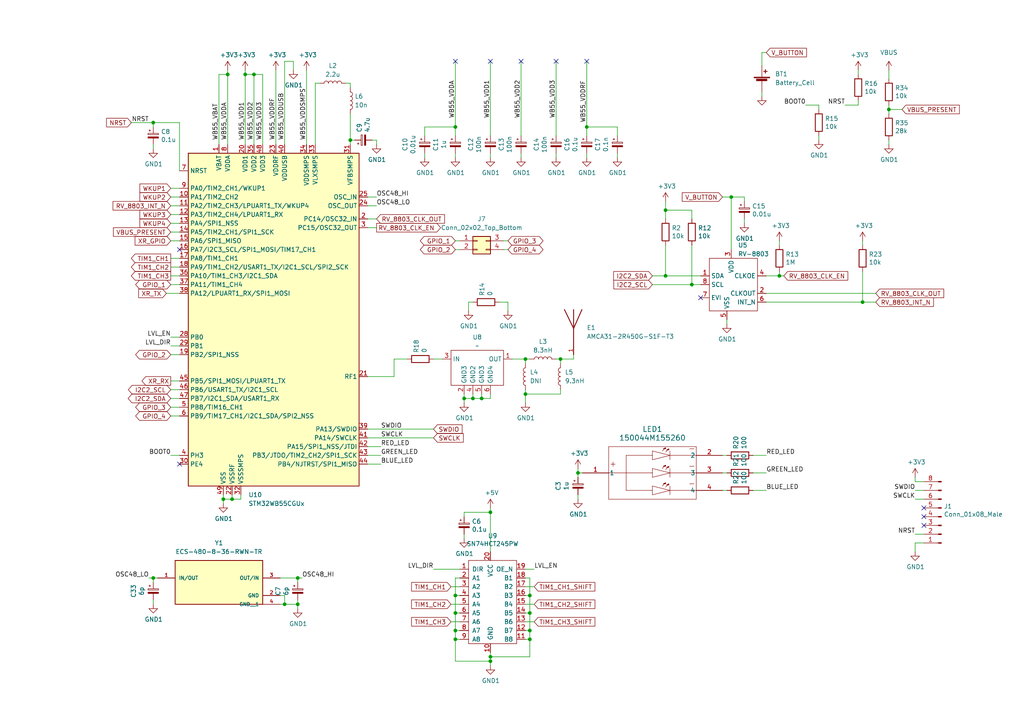
<source format=kicad_sch>
(kicad_sch (version 20231120) (generator "eeschema") (generator_version "8.0")
  (paper "A4")
  (lib_symbols
    (symbol "Connector:Conn_01x08_Male" (pin_names (offset 1.016) hide)
      (property "Reference" "J" (at 0 10.16 0))
      (property "Value" "Conn_01x08_Male" (at 0 -12.7 0))
      (symbol "Conn_01x08_Male_1_1"
        (pin passive line (at 5.08 7.62 180) (length 3.81) (name "Pin_1") (number "1"))
        (pin passive line (at 5.08 5.08 180) (length 3.81) (name "Pin_2") (number "2"))
        (pin passive line (at 5.08 2.54 180) (length 3.81) (name "Pin_3") (number "3"))
        (pin passive line (at 5.08 0 180) (length 3.81) (name "Pin_4") (number "4"))
        (pin passive line (at 5.08 -2.54 180) (length 3.81) (name "Pin_5") (number "5"))
        (pin passive line (at 5.08 -5.08 180) (length 3.81) (name "Pin_6") (number "6"))
        (pin passive line (at 5.08 -7.62 180) (length 3.81) (name "Pin_7") (number "7"))
        (pin passive line (at 5.08 -10.16 180) (length 3.81) (name "Pin_8") (number "8"))
      )
    )
    (symbol "Connector_Generic:Conn_02x02_Top_Bottom" (pin_names (offset 1.016) hide)
      (property "Reference" "J" (at 1.27 2.54 0))
      (property "Value" "Conn_02x02_Top_Bottom" (at 1.27 -5.08 0))
      (symbol "Conn_02x02_Top_Bottom_1_1"
        (pin passive line (at -5.08 0 0) (length 3.81) (name "Pin_1") (number "1"))
        (pin passive line (at -5.08 -2.54 0) (length 3.81) (name "Pin_2") (number "2"))
        (pin passive line (at 7.62 0 180) (length 3.81) (name "Pin_3") (number "3"))
        (pin passive line (at 7.62 -2.54 180) (length 3.81) (name "Pin_4") (number "4"))
      )
    )
    (symbol "Device:Battery_Cell" (pin_numbers hide) (pin_names (offset 0) hide)
      (property "Reference" "BT" (at 2.54 2.54 0))
      (property "Value" "Battery_Cell" (at 2.54 0 0))
      (symbol "Battery_Cell_1_1"
        (pin passive line (at 0 5.08 270) (length 2.54) (name "+") (number "1"))
        (pin passive line (at 0 -2.54 90) (length 2.54) (name "-") (number "2"))
      )
    )
    (symbol "Device:L" (pin_numbers hide) (pin_names (offset 1.016) hide)
      (property "Reference" "L" (at -1.27 0 90))
      (property "Value" "L" (at 1.905 0 90))
      (symbol "L_1_1"
        (pin passive line (at 0 3.81 270) (length 1.27) (name "1") (number "1"))
        (pin passive line (at 0 -3.81 90) (length 1.27) (name "2") (number "2"))
      )
    )
    (symbol "Device:R" (pin_numbers hide) (pin_names (offset 0))
      (property "Reference" "R" (at 2.032 0 90))
      (property "Value" "R" (at 0 0 90))
      (symbol "R_1_1"
        (pin passive line (at 0 3.81 270) (length 1.27) (name "~") (number "1"))
        (pin passive line (at 0 -3.81 90) (length 1.27) (name "~") (number "2"))
      )
    )
    (symbol "MCU_ST_STM32WB:STM32WB55CGUx"
      (property "Reference" "U11" (at 9.906 -49.276 0))
      (property "Value" "STM32WB55CGUx" (at 10.414 -51.562 0))
      (symbol "STM32WB55CGUx_1_1"
        (pin power_in line (at -8.89 52.07 270) (length 2.54) (name "VBAT") (number "1"))
        (pin bidirectional line (at -20.32 36.83 0) (length 2.54) (name "PA1/TIM2_CH2") (number "10"))
        (pin bidirectional line (at -20.32 34.29 0) (length 2.54) (name "PA2/TIM2_CH3/LPUART1_TX/WKUP4") (number "11"))
        (pin bidirectional line (at -20.32 31.75 0) (length 2.54) (name "PA3/TIM2_CH4/LPUART1_RX") (number "12"))
        (pin bidirectional line (at -20.32 29.21 0) (length 2.54) (name "PA4/SPI1_NSS") (number "13"))
        (pin bidirectional line (at -20.32 26.67 0) (length 2.54) (name "PA5/TIM2_CH1/SPI1_SCK") (number "14"))
        (pin bidirectional line (at -20.32 24.13 0) (length 2.54) (name "PA6/SPI1_MISO") (number "15"))
        (pin bidirectional line (at -20.32 21.59 0) (length 2.54) (name "PA7/I2C3_SCL/SPI1_MOSI/TIM17_CH1") (number "16"))
        (pin bidirectional line (at -20.32 19.05 0) (length 2.54) (name "PA8/TIM1_CH1") (number "17"))
        (pin bidirectional line (at -20.32 16.51 0) (length 2.54) (name "PA9/TIM1_CH2/USART1_TX/I2C1_SCL/SPI2_SCK") (number "18"))
        (pin bidirectional line (at -20.32 -8.89 0) (length 2.54) (name "PB2/SPI1_NSS") (number "19"))
        (pin bidirectional line (at 34.29 30.48 180) (length 2.54) (name "PC14/OSC32_IN") (number "2"))
        (pin power_in line (at -1.27 52.07 270) (length 2.54) (name "VDD1") (number "20"))
        (pin bidirectional line (at 34.29 -15.24 180) (length 2.54) (name "RF1") (number "21"))
        (pin power_in line (at -5.08 -49.53 90) (length 2.54) (name "VSSRF") (number "22"))
        (pin power_in line (at 7.62 52.07 270) (length 2.54) (name "VDDRF") (number "23"))
        (pin input line (at 34.29 34.29 180) (length 2.54) (name "OSC_OUT") (number "24"))
        (pin input line (at 34.29 36.83 180) (length 2.54) (name "OSC_IN") (number "25"))
        (pin no_connect line (at -20.32 -31.75 0) (length 2.54) hide (name "AT0") (number "26"))
        (pin no_connect line (at -20.32 -29.21 0) (length 2.54) hide (name "AT1") (number "27"))
        (pin bidirectional line (at -20.32 -3.81 0) (length 2.54) (name "PB0") (number "28"))
        (pin bidirectional line (at -20.32 -6.35 0) (length 2.54) (name "PB1") (number "29"))
        (pin bidirectional line (at 34.29 27.94 180) (length 2.54) (name "PC15/OSC32_OUT") (number "3"))
        (pin bidirectional line (at -20.32 -40.64 0) (length 2.54) (name "PE4") (number "30"))
        (pin input line (at 29.21 52.07 270) (length 2.54) (name "VFBSMPS") (number "31"))
        (pin power_in line (at -2.54 -49.53 90) (length 2.54) (name "VSSSMPS") (number "32"))
        (pin power_in line (at 19.05 52.07 270) (length 2.54) (name "VLXSMPS") (number "33"))
        (pin power_in line (at 16.51 52.07 270) (length 2.54) (name "VDDSMPS") (number "34"))
        (pin power_in line (at 1.27 52.07 270) (length 2.54) (name "VDD2") (number "35"))
        (pin bidirectional line (at -20.32 13.97 0) (length 2.54) (name "PA10/TIM1_CH3/I2C1_SDA") (number "36"))
        (pin bidirectional line (at -20.32 11.43 0) (length 2.54) (name "PA11/TIM1_CH4") (number "37"))
        (pin bidirectional line (at -20.32 8.89 0) (length 2.54) (name "PA12/LPUART1_RX/SPI1_MOSI") (number "38"))
        (pin bidirectional line (at 34.29 -30.48 180) (length 2.54) (name "PA13/SWDIO") (number "39"))
        (pin bidirectional line (at -20.32 -38.1 0) (length 2.54) (name "PH3") (number "4"))
        (pin power_in line (at 10.16 52.07 270) (length 2.54) (name "VDDUSB") (number "40"))
        (pin bidirectional line (at 34.29 -33.02 180) (length 2.54) (name "PA14/SWCLK") (number "41"))
        (pin bidirectional line (at 34.29 -35.56 180) (length 2.54) (name "PA15/SPI1_NSS/JTDI") (number "42"))
        (pin bidirectional line (at 34.29 -38.1 180) (length 2.54) (name "PB3/JTDO/TIM2_CH2/SPI1_SCK") (number "43"))
        (pin bidirectional line (at 34.29 -40.64 180) (length 2.54) (name "PB4/NJTRST/SPI1_MISO") (number "44"))
        (pin bidirectional line (at -20.32 -16.51 0) (length 2.54) (name "PB5/SPI1_MOSI/LPUART1_TX") (number "45"))
        (pin bidirectional line (at -20.32 -19.05 0) (length 2.54) (name "PB6/USART1_TX/I2C1_SCL") (number "46"))
        (pin bidirectional line (at -20.32 -21.59 0) (length 2.54) (name "PB7/I2C1_SDA/USART1_RX") (number "47"))
        (pin power_in line (at 3.81 52.07 270) (length 2.54) (name "VDD3") (number "48"))
        (pin power_in line (at -7.62 -49.53 90) (length 2.54) (name "VSS") (number "49"))
        (pin bidirectional line (at -20.32 -24.13 0) (length 2.54) (name "PB8/TIM16_CH1") (number "5"))
        (pin bidirectional line (at -20.32 -26.67 0) (length 2.54) (name "PB9/TIM17_CH1/I2C1_SDA/SPI2_NSS") (number "6"))
        (pin input line (at -20.32 44.45 0) (length 2.54) (name "NRST") (number "7"))
        (pin power_in line (at -6.35 52.07 270) (length 2.54) (name "VDDA") (number "8"))
        (pin bidirectional line (at -20.32 39.37 0) (length 2.54) (name "PA0/TIM2_CH1/WKUP1") (number "9"))
      )
    )
    (symbol "power:+5V" (power) (pin_names (offset 0))
      (property "Value" "+5V" (at 0 3.556 0))
      (symbol "+5V_1_1"
        (pin power_in line (at 0 0 90) (length 0) hide (name "+5V") (number "1"))
      )
    )
    (symbol "power:GND1" (power) (pin_names (offset 0))
      (property "Value" "GND1" (at 0 -3.81 0))
      (symbol "GND1_1_1"
        (pin power_in line (at 0 0 270) (length 0) hide (name "GND1") (number "1"))
      )
    )
    (symbol "power:VBUS" (power) (pin_names (offset 0))
      (property "Value" "VBUS" (at 0 3.81 0))
      (symbol "VBUS_1_1"
        (pin power_in line (at 0 0 90) (length 0) hide (name "VBUS") (number "1"))
      )
    )
    (symbol "spudglo_driver_v3p1-rescue:+3.3V-power" (power) (pin_names (offset 0))
      (property "Value" "+3.3V-power" (at 0 3.556 0))
      (symbol "+3.3V-power_1_1"
        (pin power_in line (at 0 0 90) (length 0) hide (name "+3V3") (number "1"))
      )
    )
    (symbol "spudglo_driver_v3p1-rescue:CP_Small-Device" (pin_numbers hide) (pin_names (offset 0.254) hide)
      (property "Reference" "C" (at 0.254 1.778 0))
      (property "Value" "CP_Small-Device" (at 0.254 -2.032 0))
      (symbol "CP_Small-Device_1_1"
        (pin passive line (at 0 2.54 270) (length 1.8542) (name "~") (number "1"))
        (pin passive line (at 0 -2.54 90) (length 1.8542) (name "~") (number "2"))
      )
    )
    (symbol "spudglo_driver_v3p1-rescue:SN74HCT245PW-srw_custom" (pin_names (offset 1.016))
      (property "Reference" "U" (at -13.97 16.51 0))
      (property "Value" "SN74HCT245PW-srw_custom" (at 0 -34.29 0))
      (symbol "SN74HCT245PW-srw_custom_1_1"
        (pin input line (at -2.54 -2.54 0) (length 2.54) (name "DIR") (number "1"))
        (pin input line (at 6.35 -26.67 90) (length 2.54) (name "GND") (number "10"))
        (pin input line (at 16.51 -22.86 180) (length 2.54) (name "B8") (number "11"))
        (pin input line (at 16.51 -20.32 180) (length 2.54) (name "B7") (number "12"))
        (pin input line (at 16.51 -17.78 180) (length 2.54) (name "B6") (number "13"))
        (pin input line (at 16.51 -15.24 180) (length 2.54) (name "B5") (number "14"))
        (pin input line (at 16.51 -12.7 180) (length 2.54) (name "B4") (number "15"))
        (pin input line (at 16.51 -10.16 180) (length 2.54) (name "B3") (number "16"))
        (pin input line (at 16.51 -7.62 180) (length 2.54) (name "B2") (number "17"))
        (pin input line (at 16.51 -5.08 180) (length 2.54) (name "B1") (number "18"))
        (pin input line (at 16.51 -2.54 180) (length 2.54) (name "OE_N") (number "19"))
        (pin input line (at -2.54 -5.08 0) (length 2.54) (name "A1") (number "2"))
        (pin input line (at 6.35 2.54 270) (length 2.54) (name "VCC") (number "20"))
        (pin input line (at -2.54 -7.62 0) (length 2.54) (name "A2") (number "3"))
        (pin input line (at -2.54 -10.16 0) (length 2.54) (name "A3") (number "4"))
        (pin input line (at -2.54 -12.7 0) (length 2.54) (name "A4") (number "5"))
        (pin input line (at -2.54 -15.24 0) (length 2.54) (name "A5") (number "6"))
        (pin input line (at -2.54 -17.78 0) (length 2.54) (name "A6") (number "7"))
        (pin input line (at -2.54 -20.32 0) (length 2.54) (name "A7") (number "8"))
        (pin input line (at -2.54 -22.86 0) (length 2.54) (name "A8") (number "9"))
      )
    )
    (symbol "srw:rv-8803"
      (property "Reference" "U" (at -1.27 2.54 0))
      (property "Value" "RV-8803" (at 12.7 -16.51 0))
      (symbol "rv-8803_1_1"
        (pin input line (at -2.54 -5.08 0) (length 2.54) (name "SDA") (number "1"))
        (pin input line (at 16.51 -10.16 180) (length 2.54) (name "CLKOUT") (number "2"))
        (pin input line (at 6.35 2.54 270) (length 2.54) (name "VDD") (number "3"))
        (pin input line (at 16.51 -5.08 180) (length 2.54) (name "CLKOE") (number "4"))
        (pin input line (at 5.08 -17.78 90) (length 2.54) (name "VSS") (number "5"))
        (pin input line (at 16.51 -12.7 180) (length 2.54) (name "INT_N") (number "6"))
        (pin input line (at -2.54 -11.43 0) (length 2.54) (name "EVI") (number "7"))
        (pin input line (at -2.54 -7.62 0) (length 2.54) (name "SCL") (number "8"))
      )
    )
    (symbol "srw_custom:150044M155260" (pin_names (offset 0.254))
      (property "Reference" "LED" (at 20.32 10.16 0))
      (property "Value" "150044M155260" (at 20.32 7.62 0))
      (symbol "150044M155260_0_1"
        (pin unspecified line (at 0 -2.54 0) (length 7.62) (name "1") (number "1"))
        (pin unspecified line (at 40.64 2.54 180) (length 7.62) (name "2") (number "2"))
        (pin unspecified line (at 40.64 -2.54 180) (length 7.62) (name "3") (number "3"))
        (pin unspecified line (at 40.64 -7.62 180) (length 7.62) (name "4") (number "4"))
      )
    )
    (symbol "srw_custom:AMCA31-2R450G-S1F-T3" (pin_names (offset 1.016))
      (property "Reference" "E" (at 2.8004 5.8496 0))
      (property "Value" "AMCA31-2R450G-S1F-T3" (at 2.6732 3.813 0))
      (symbol "AMCA31-2R450G-S1F-T3_0_0"
        (pin input line (at 0 -5.08 90) (length 2.54) (name "~") (number "1"))
      )
    )
    (symbol "srw_custom:ECS-480-8-36-RWN-TR" (pin_names (offset 1.016))
      (property "Reference" "Y" (at -12.7289 7.6374 0))
      (property "Value" "ECS-480-8-36-RWN-TR" (at -12.7089 -7.6253 0))
      (symbol "ECS-480-8-36-RWN-TR_0_0"
        (pin bidirectional line (at -17.78 2.54 0) (length 5.08) (name "IN/OUT") (number "1"))
        (pin power_in line (at 17.78 -2.54 180) (length 5.08) (name "GND") (number "2"))
        (pin bidirectional line (at 17.78 2.54 180) (length 5.08) (name "OUT/IN") (number "3"))
        (pin power_in line (at 17.78 -5.08 180) (length 5.08) (name "GND__1") (number "4"))
      )
    )
    (symbol "srw_custom:MLPF-WB55-01E3"
      (property "Reference" "U" (at -2.032 1.524 0))
      (symbol "MLPF-WB55-01E3_1_1"
        (pin bidirectional line (at 17.78 -2.54 180) (length 2.54) (name "OUT") (number "1"))
        (pin bidirectional line (at 3.81 -12.7 90) (length 2.54) (name "GND3") (number "2"))
        (pin bidirectional line (at -2.54 -2.54 0) (length 2.54) (name "IN") (number "3"))
        (pin bidirectional line (at 6.35 -12.7 90) (length 2.54) (name "GND2") (number "4"))
        (pin bidirectional line (at 8.89 -12.7 90) (length 2.54) (name "GND3") (number "5"))
        (pin bidirectional line (at 11.43 -12.7 90) (length 2.54) (name "GND4") (number "6"))
      )
    )
  )
  (junction (at 142.24 191.77))
  (junction (at 250.19 87.63))
  (junction (at 142.24 190.5))
  (junction (at 82.55 175.26))
  (junction (at 64.77 144.78))
  (junction (at 44.45 167.64))
  (junction (at 132.08 177.8))
  (junction (at 67.31 144.78))
  (junction (at 152.4 104.14))
  (junction (at 86.36 167.64))
  (junction (at 132.08 172.72))
  (junction (at 44.45 35.56))
  (junction (at 137.16 115.57))
  (junction (at 170.18 36.83))
  (junction (at 153.67 182.88))
  (junction (at 86.36 175.26))
  (junction (at 132.08 185.42))
  (junction (at 200.66 82.55))
  (junction (at 212.09 57.15))
  (junction (at 71.12 21.59))
  (junction (at 153.67 177.8))
  (junction (at 153.67 172.72))
  (junction (at 226.06 80.01))
  (junction (at 134.62 115.57))
  (junction (at 132.08 36.83))
  (junction (at 167.64 137.16))
  (junction (at 73.66 21.59))
  (junction (at 153.67 185.42))
  (junction (at 193.04 60.96))
  (junction (at 101.6 40.64))
  (junction (at 162.56 104.14))
  (junction (at 66.04 21.59))
  (junction (at 152.4 114.3))
  (junction (at 257.81 31.75))
  (junction (at 132.08 182.88))
  (junction (at 139.7 115.57))
  (junction (at 142.24 148.59))
  (junction (at 193.04 80.01))
  (no_connect (at 132.08 17.78))
  (no_connect (at 52.07 134.62))
  (no_connect (at 170.18 17.78))
  (no_connect (at 267.97 147.32))
  (no_connect (at 203.2 86.36))
  (no_connect (at 267.97 152.4))
  (no_connect (at 161.29 17.78))
  (no_connect (at 52.07 72.39))
  (no_connect (at 151.13 17.78))
  (no_connect (at 267.97 149.86))
  (no_connect (at 142.24 17.78))
  (wire (pts (xy 170.18 17.78) (xy 170.18 36.83)))
  (wire (pts (xy 153.67 182.88) (xy 153.67 185.42)))
  (wire (pts (xy 82.55 175.26) (xy 82.55 172.72)))
  (wire (pts (xy 152.4 177.8) (xy 153.67 177.8)))
  (wire (pts (xy 109.22 63.5) (xy 106.68 63.5)))
  (wire (pts (xy 49.53 100.33) (xy 52.07 100.33)))
  (wire (pts (xy 152.4 165.1) (xy 154.94 165.1)))
  (wire (pts (xy 109.22 57.15) (xy 106.68 57.15)))
  (wire (pts (xy 137.16 87.63) (xy 135.89 87.63)))
  (wire (pts (xy 110.49 134.62) (xy 106.68 134.62)))
  (wire (pts (xy 101.6 40.64) (xy 102.87 40.64)))
  (wire (pts (xy 212.09 57.15) (xy 212.09 72.39)))
  (wire (pts (xy 152.4 104.14) (xy 152.4 105.41)))
  (wire (pts (xy 106.68 127) (xy 125.73 127)))
  (wire (pts (xy 212.09 57.15) (xy 215.9 57.15)))
  (wire (pts (xy 52.07 49.53) (xy 52.07 35.56)))
  (wire (pts (xy 179.07 36.83) (xy 179.07 39.37)))
  (wire (pts (xy 132.08 177.8) (xy 132.08 172.72)))
  (wire (pts (xy 101.6 33.02) (xy 101.6 40.64)))
  (wire (pts (xy 110.49 132.08) (xy 106.68 132.08)))
  (wire (pts (xy 52.07 74.93) (xy 49.53 74.93)))
  (wire (pts (xy 82.55 175.26) (xy 86.36 175.26)))
  (wire (pts (xy 49.53 115.57) (xy 52.07 115.57)))
  (wire (pts (xy 257.81 31.75) (xy 257.81 33.02)))
  (wire (pts (xy 167.64 137.16) (xy 168.91 137.16)))
  (wire (pts (xy 132.08 185.42) (xy 132.08 182.88)))
  (wire (pts (xy 265.43 144.78) (xy 267.97 144.78)))
  (wire (pts (xy 52.07 67.31) (xy 49.53 67.31)))
  (wire (pts (xy 218.44 142.24) (xy 222.25 142.24)))
  (wire (pts (xy 152.4 104.14) (xy 153.67 104.14)))
  (wire (pts (xy 250.19 87.63) (xy 254 87.63)))
  (wire (pts (xy 44.45 43.18) (xy 44.45 41.91)))
  (wire (pts (xy 130.81 175.26) (xy 133.35 175.26)))
  (wire (pts (xy 162.56 104.14) (xy 162.56 105.41)))
  (wire (pts (xy 44.45 168.91) (xy 44.45 167.64)))
  (wire (pts (xy 209.55 132.08) (xy 210.82 132.08)))
  (wire (pts (xy 71.12 21.59) (xy 71.12 41.91)))
  (wire (pts (xy 85.09 17.78) (xy 85.09 20.32)))
  (wire (pts (xy 73.66 21.59) (xy 73.66 41.91)))
  (wire (pts (xy 153.67 172.72) (xy 153.67 167.64)))
  (wire (pts (xy 220.98 19.05) (xy 220.98 15.24)))
  (wire (pts (xy 152.4 113.03) (xy 152.4 114.3)))
  (wire (pts (xy 132.08 172.72) (xy 133.35 172.72)))
  (wire (pts (xy 142.24 45.72) (xy 142.24 44.45)))
  (wire (pts (xy 69.85 144.78) (xy 67.31 144.78)))
  (wire (pts (xy 142.24 190.5) (xy 153.67 190.5)))
  (wire (pts (xy 142.24 190.5) (xy 142.24 189.23)))
  (wire (pts (xy 209.55 57.15) (xy 212.09 57.15)))
  (wire (pts (xy 139.7 114.3) (xy 139.7 115.57)))
  (wire (pts (xy 222.25 85.09) (xy 254 85.09)))
  (wire (pts (xy 63.5 21.59) (xy 63.5 41.91)))
  (wire (pts (xy 220.98 15.24) (xy 222.25 15.24)))
  (wire (pts (xy 153.67 167.64) (xy 152.4 167.64)))
  (wire (pts (xy 132.08 172.72) (xy 132.08 167.64)))
  (wire (pts (xy 142.24 191.77) (xy 132.08 191.77)))
  (wire (pts (xy 86.36 175.26) (xy 86.36 176.53)))
  (wire (pts (xy 49.53 120.65) (xy 52.07 120.65)))
  (wire (pts (xy 151.13 17.78) (xy 151.13 39.37)))
  (wire (pts (xy 63.5 21.59) (xy 66.04 21.59)))
  (wire (pts (xy 167.64 135.89) (xy 167.64 137.16)))
  (wire (pts (xy 86.36 167.64) (xy 81.28 167.64)))
  (wire (pts (xy 189.23 80.01) (xy 193.04 80.01)))
  (wire (pts (xy 110.49 129.54) (xy 106.68 129.54)))
  (wire (pts (xy 170.18 45.72) (xy 170.18 44.45)))
  (wire (pts (xy 134.62 114.3) (xy 134.62 115.57)))
  (wire (pts (xy 153.67 190.5) (xy 153.67 185.42)))
  (wire (pts (xy 125.73 165.1) (xy 133.35 165.1)))
  (wire (pts (xy 153.67 182.88) (xy 153.67 177.8)))
  (wire (pts (xy 67.31 144.78) (xy 64.77 144.78)))
  (wire (pts (xy 66.04 21.59) (xy 66.04 41.91)))
  (wire (pts (xy 71.12 21.59) (xy 73.66 21.59)))
  (wire (pts (xy 166.37 104.14) (xy 162.56 104.14)))
  (wire (pts (xy 49.53 77.47) (xy 52.07 77.47)))
  (wire (pts (xy 170.18 36.83) (xy 179.07 36.83)))
  (wire (pts (xy 233.68 30.48) (xy 237.49 30.48)))
  (wire (pts (xy 152.4 182.88) (xy 153.67 182.88)))
  (wire (pts (xy 82.55 17.78) (xy 82.55 41.91)))
  (wire (pts (xy 152.4 114.3) (xy 152.4 116.84)))
  (wire (pts (xy 49.53 57.15) (xy 52.07 57.15)))
  (wire (pts (xy 49.53 110.49) (xy 52.07 110.49)))
  (wire (pts (xy 73.66 21.59) (xy 76.2 21.59)))
  (wire (pts (xy 166.37 102.87) (xy 166.37 104.14)))
  (wire (pts (xy 86.36 168.91) (xy 86.36 167.64)))
  (wire (pts (xy 49.53 82.55) (xy 52.07 82.55)))
  (wire (pts (xy 162.56 114.3) (xy 152.4 114.3)))
  (wire (pts (xy 66.04 20.32) (xy 66.04 21.59)))
  (wire (pts (xy 132.08 69.85) (xy 133.35 69.85)))
  (wire (pts (xy 218.44 132.08) (xy 222.25 132.08)))
  (wire (pts (xy 123.19 36.83) (xy 132.08 36.83)))
  (wire (pts (xy 250.19 78.74) (xy 250.19 87.63)))
  (wire (pts (xy 226.06 69.85) (xy 226.06 71.12)))
  (wire (pts (xy 125.73 104.14) (xy 128.27 104.14)))
  (wire (pts (xy 265.43 157.48) (xy 265.43 160.02)))
  (wire (pts (xy 142.24 193.04) (xy 142.24 191.77)))
  (wire (pts (xy 142.24 114.3) (xy 142.24 115.57)))
  (wire (pts (xy 179.07 45.72) (xy 179.07 44.45)))
  (wire (pts (xy 132.08 167.64) (xy 133.35 167.64)))
  (wire (pts (xy 130.81 180.34) (xy 133.35 180.34)))
  (wire (pts (xy 215.9 57.15) (xy 215.9 58.42)))
  (wire (pts (xy 44.45 173.99) (xy 44.45 175.26)))
  (wire (pts (xy 193.04 60.96) (xy 193.04 63.5)))
  (wire (pts (xy 222.25 87.63) (xy 250.19 87.63)))
  (wire (pts (xy 142.24 148.59) (xy 142.24 160.02)))
  (wire (pts (xy 49.53 80.01) (xy 52.07 80.01)))
  (wire (pts (xy 64.77 143.51) (xy 64.77 144.78)))
  (wire (pts (xy 218.44 137.16) (xy 222.25 137.16)))
  (wire (pts (xy 144.78 87.63) (xy 147.32 87.63)))
  (wire (pts (xy 161.29 17.78) (xy 161.29 39.37)))
  (wire (pts (xy 132.08 191.77) (xy 132.08 185.42)))
  (wire (pts (xy 167.64 137.16) (xy 167.64 138.43)))
  (wire (pts (xy 257.81 31.75) (xy 261.62 31.75)))
  (wire (pts (xy 267.97 139.7) (xy 265.43 139.7)))
  (wire (pts (xy 76.2 21.59) (xy 76.2 41.91)))
  (wire (pts (xy 257.81 40.64) (xy 257.81 41.91)))
  (wire (pts (xy 209.55 142.24) (xy 210.82 142.24)))
  (wire (pts (xy 52.07 59.69) (xy 49.53 59.69)))
  (wire (pts (xy 153.67 177.8) (xy 153.67 172.72)))
  (wire (pts (xy 71.12 20.32) (xy 71.12 21.59)))
  (wire (pts (xy 250.19 69.85) (xy 250.19 71.12)))
  (wire (pts (xy 43.18 167.64) (xy 44.45 167.64)))
  (wire (pts (xy 109.22 66.04) (xy 106.68 66.04)))
  (wire (pts (xy 44.45 167.64) (xy 45.72 167.64)))
  (wire (pts (xy 80.01 20.32) (xy 80.01 41.91)))
  (wire (pts (xy 137.16 115.57) (xy 134.62 115.57)))
  (wire (pts (xy 139.7 115.57) (xy 137.16 115.57)))
  (wire (pts (xy 161.29 104.14) (xy 162.56 104.14)))
  (wire (pts (xy 162.56 113.03) (xy 162.56 114.3)))
  (wire (pts (xy 200.66 60.96) (xy 193.04 60.96)))
  (wire (pts (xy 142.24 191.77) (xy 142.24 190.5)))
  (wire (pts (xy 265.43 142.24) (xy 267.97 142.24)))
  (wire (pts (xy 86.36 167.64) (xy 87.63 167.64)))
  (wire (pts (xy 167.64 143.51) (xy 167.64 144.78)))
  (wire (pts (xy 134.62 154.94) (xy 134.62 156.21)))
  (wire (pts (xy 248.92 21.59) (xy 248.92 20.32)))
  (wire (pts (xy 101.6 41.91) (xy 101.6 40.64)))
  (wire (pts (xy 248.92 30.48) (xy 248.92 29.21)))
  (wire (pts (xy 142.24 115.57) (xy 139.7 115.57)))
  (wire (pts (xy 226.06 80.01) (xy 227.33 80.01)))
  (wire (pts (xy 100.33 24.13) (xy 101.6 24.13)))
  (wire (pts (xy 200.66 82.55) (xy 203.2 82.55)))
  (wire (pts (xy 101.6 24.13) (xy 101.6 25.4)))
  (wire (pts (xy 209.55 137.16) (xy 210.82 137.16)))
  (wire (pts (xy 106.68 109.22) (xy 114.3 109.22)))
  (wire (pts (xy 114.3 104.14) (xy 118.11 104.14)))
  (wire (pts (xy 237.49 31.75) (xy 237.49 30.48)))
  (wire (pts (xy 132.08 17.78) (xy 132.08 36.83)))
  (wire (pts (xy 267.97 157.48) (xy 265.43 157.48)))
  (wire (pts (xy 152.4 172.72) (xy 153.67 172.72)))
  (wire (pts (xy 170.18 36.83) (xy 170.18 39.37)))
  (wire (pts (xy 44.45 35.56) (xy 52.07 35.56)))
  (wire (pts (xy 69.85 143.51) (xy 69.85 144.78)))
  (wire (pts (xy 135.89 87.63) (xy 135.89 90.17)))
  (wire (pts (xy 106.68 124.46) (xy 125.73 124.46)))
  (wire (pts (xy 134.62 149.86) (xy 134.62 148.59)))
  (wire (pts (xy 132.08 177.8) (xy 133.35 177.8)))
  (wire (pts (xy 114.3 109.22) (xy 114.3 104.14)))
  (wire (pts (xy 49.53 62.23) (xy 52.07 62.23)))
  (wire (pts (xy 237.49 40.64) (xy 237.49 39.37)))
  (wire (pts (xy 49.53 64.77) (xy 52.07 64.77)))
  (wire (pts (xy 210.82 92.71) (xy 210.82 93.98)))
  (wire (pts (xy 152.4 175.26) (xy 154.94 175.26)))
  (wire (pts (xy 161.29 45.72) (xy 161.29 44.45)))
  (wire (pts (xy 257.81 20.32) (xy 257.81 22.86)))
  (wire (pts (xy 49.53 97.79) (xy 52.07 97.79)))
  (wire (pts (xy 91.44 24.13) (xy 92.71 24.13)))
  (wire (pts (xy 123.19 45.72) (xy 123.19 44.45)))
  (wire (pts (xy 109.22 59.69) (xy 106.68 59.69)))
  (wire (pts (xy 200.66 71.12) (xy 200.66 82.55)))
  (wire (pts (xy 49.53 118.11) (xy 52.07 118.11)))
  (wire (pts (xy 132.08 36.83) (xy 132.08 39.37)))
  (wire (pts (xy 134.62 115.57) (xy 134.62 116.84)))
  (wire (pts (xy 64.77 144.78) (xy 64.77 146.05)))
  (wire (pts (xy 88.9 20.32) (xy 88.9 41.91)))
  (wire (pts (xy 49.53 113.03) (xy 52.07 113.03)))
  (wire (pts (xy 153.67 185.42) (xy 152.4 185.42)))
  (wire (pts (xy 142.24 17.78) (xy 142.24 39.37)))
  (wire (pts (xy 245.11 30.48) (xy 248.92 30.48)))
  (wire (pts (xy 123.19 39.37) (xy 123.19 36.83)))
  (wire (pts (xy 189.23 82.55) (xy 200.66 82.55)))
  (wire (pts (xy 132.08 45.72) (xy 132.08 44.45)))
  (wire (pts (xy 132.08 182.88) (xy 133.35 182.88)))
  (wire (pts (xy 222.25 80.01) (xy 226.06 80.01)))
  (wire (pts (xy 49.53 102.87) (xy 52.07 102.87)))
  (wire (pts (xy 193.04 58.42) (xy 193.04 60.96)))
  (wire (pts (xy 52.07 54.61) (xy 49.53 54.61)))
  (wire (pts (xy 142.24 147.32) (xy 142.24 148.59)))
  (wire (pts (xy 132.08 72.39) (xy 133.35 72.39)))
  (wire (pts (xy 151.13 45.72) (xy 151.13 44.45)))
  (wire (pts (xy 109.22 41.91) (xy 109.22 40.64)))
  (wire (pts (xy 82.55 17.78) (xy 85.09 17.78)))
  (wire (pts (xy 130.81 170.18) (xy 133.35 170.18)))
  (wire (pts (xy 146.05 69.85) (xy 147.32 69.85)))
  (wire (pts (xy 134.62 148.59) (xy 142.24 148.59)))
  (wire (pts (xy 109.22 40.64) (xy 107.95 40.64)))
  (wire (pts (xy 152.4 180.34) (xy 154.94 180.34)))
  (wire (pts (xy 49.53 132.08) (xy 52.07 132.08)))
  (wire (pts (xy 132.08 185.42) (xy 133.35 185.42)))
  (wire (pts (xy 38.1 35.56) (xy 44.45 35.56)))
  (wire (pts (xy 44.45 36.83) (xy 44.45 35.56)))
  (wire (pts (xy 48.26 85.09) (xy 52.07 85.09)))
  (wire (pts (xy 265.43 154.94) (xy 267.97 154.94)))
  (wire (pts (xy 152.4 170.18) (xy 154.94 170.18)))
  (wire (pts (xy 86.36 175.26) (xy 86.36 173.99)))
  (wire (pts (xy 257.81 30.48) (xy 257.81 31.75)))
  (wire (pts (xy 215.9 63.5) (xy 215.9 64.77)))
  (wire (pts (xy 137.16 114.3) (xy 137.16 115.57)))
  (wire (pts (xy 193.04 80.01) (xy 203.2 80.01)))
  (wire (pts (xy 91.44 24.13) (xy 91.44 41.91)))
  (wire (pts (xy 132.08 182.88) (xy 132.08 177.8)))
  (wire (pts (xy 148.59 104.14) (xy 152.4 104.14)))
  (wire (pts (xy 193.04 71.12) (xy 193.04 80.01)))
  (wire (pts (xy 146.05 72.39) (xy 147.32 72.39)))
  (wire (pts (xy 82.55 172.72) (xy 81.28 172.72)))
  (wire (pts (xy 265.43 139.7) (xy 265.43 138.43)))
  (wire (pts (xy 226.06 80.01) (xy 226.06 78.74)))
  (wire (pts (xy 67.31 143.51) (xy 67.31 144.78)))
  (wire (pts (xy 220.98 26.67) (xy 220.98 27.94)))
  (wire (pts (xy 200.66 63.5) (xy 200.66 60.96)))
  (wire (pts (xy 52.07 69.85) (xy 49.53 69.85)))
  (wire (pts (xy 147.32 87.63) (xy 147.32 90.17)))
  (wire (pts (xy 81.28 175.26) (xy 82.55 175.26)))
  (label "OSC48_LO" (at 109.22 59.69 0))
  (label "NRST" (at 245.11 30.48 180))
  (label "WB55_VDD2" (at 151.13 34.29 90))
  (label "SWCLK" (at 110.49 127 0))
  (label "WB55_VDD2" (at 73.66 40.64 90))
  (label "WB55_VDD1" (at 142.24 34.29 90))
  (label "LVL_EN" (at 154.94 165.1 0))
  (label "LVL_EN" (at 49.53 97.79 180))
  (label "WB55_VDDA" (at 132.08 34.29 90))
  (label "OSC48_HI" (at 87.63 167.64 0))
  (label "SWCLK" (at 265.43 144.78 180))
  (label "GREEN_LED" (at 110.49 132.08 0))
  (label "GREEN_LED" (at 222.25 137.16 0))
  (label "WB55_VDDUSB" (at 82.55 40.64 90))
  (label "SWDIO" (at 265.43 142.24 180))
  (label "LVL_DIR" (at 49.53 100.33 180))
  (label "WB55_VDDA" (at 66.04 40.64 90))
  (label "NRST" (at 265.43 154.94 180))
  (label "WB55_VDDRF" (at 80.01 40.64 90))
  (label "WB55_VDD3" (at 161.29 34.29 90))
  (label "RED_LED" (at 110.49 129.54 0))
  (label "NRST" (at 43.18 35.56 180))
  (label "WB55_VDD3" (at 76.2 40.64 90))
  (label "WB55_VBAT" (at 63.5 40.64 90))
  (label "BOOT0" (at 233.68 30.48 180))
  (label "OSC48_LO" (at 43.18 167.64 180))
  (label "LVL_DIR" (at 125.73 165.1 180))
  (label "WB55_VDDRF" (at 170.18 35.56 90))
  (label "WB55_VDDSMPS" (at 88.9 40.64 90))
  (label "SWDIO" (at 110.49 124.46 0))
  (label "OSC48_HI" (at 109.22 57.15 0))
  (label "BOOT0" (at 49.53 132.08 180))
  (label "BLUE_LED" (at 110.49 134.62 0))
  (label "RED_LED" (at 222.25 132.08 0))
  (label "BLUE_LED" (at 222.25 142.24 0))
  (label "WB55_VDD1" (at 71.12 40.64 90))
  (global_label "RV_8803_INT_N" (shape input) (at 49.53 59.69 180) (property "Intersheetrefs" "${INTERSHEET_REFS}" (effects (hide yes))))
  (global_label "TIM1_CH1" (shape input) (at 130.81 170.18 180) (property "Intersheetrefs" "${INTERSHEET_REFS}" (effects (hide yes))))
  (global_label "TIM1_CH3" (shape input) (at 130.81 180.34 180) (property "Intersheetrefs" "${INTERSHEET_REFS}" (effects (hide yes))))
  (global_label "RV_8803_INT_N" (shape input) (at 254 87.63 0) (property "Intersheetrefs" "${INTERSHEET_REFS}" (effects (hide yes))))
  (global_label "WKUP2" (shape input) (at 49.53 57.15 180) (property "Intersheetrefs" "${INTERSHEET_REFS}" (effects (hide yes))))
  (global_label "TIM1_CH2" (shape output) (at 49.53 77.47 180) (property "Intersheetrefs" "${INTERSHEET_REFS}" (effects (hide yes))))
  (global_label "RV_8803_CLK_EN" (shape input) (at 227.33 80.01 0) (property "Intersheetrefs" "${INTERSHEET_REFS}" (effects (hide yes))))
  (global_label "GPIO_4" (shape bidirectional) (at 147.32 72.39 0) (property "Intersheetrefs" "${INTERSHEET_REFS}" (effects (hide yes))))
  (global_label "XR_RX" (shape output) (at 49.53 110.49 180) (property "Intersheetrefs" "${INTERSHEET_REFS}" (effects (hide yes))))
  (global_label "TIM1_CH2" (shape input) (at 130.81 175.26 180) (property "Intersheetrefs" "${INTERSHEET_REFS}" (effects (hide yes))))
  (global_label "GPIO_3" (shape bidirectional) (at 147.32 69.85 0) (property "Intersheetrefs" "${INTERSHEET_REFS}" (effects (hide yes))))
  (global_label "TIM1_CH3" (shape output) (at 49.53 80.01 180) (property "Intersheetrefs" "${INTERSHEET_REFS}" (effects (hide yes))))
  (global_label "XR_TX" (shape input) (at 48.26 85.09 180) (property "Intersheetrefs" "${INTERSHEET_REFS}" (effects (hide yes))))
  (global_label "SWCLK" (shape input) (at 125.73 127 0) (property "Intersheetrefs" "${INTERSHEET_REFS}" (effects (hide yes))))
  (global_label "RV_8803_CLK_OUT" (shape input) (at 254 85.09 0) (property "Intersheetrefs" "${INTERSHEET_REFS}" (effects (hide yes))))
  (global_label "VBUS_PRESENT" (shape input) (at 49.53 67.31 180) (property "Intersheetrefs" "${INTERSHEET_REFS}" (effects (hide yes))))
  (global_label "VBUS_PRESENT" (shape input) (at 261.62 31.75 0) (property "Intersheetrefs" "${INTERSHEET_REFS}" (effects (hide yes))))
  (global_label "RV_8803_CLK_EN" (shape output) (at 109.22 66.04 0) (property "Intersheetrefs" "${INTERSHEET_REFS}" (effects (hide yes))))
  (global_label "GPIO_4" (shape bidirectional) (at 49.53 120.65 180) (property "Intersheetrefs" "${INTERSHEET_REFS}" (effects (hide yes))))
  (global_label "TIM1_CH3_SHIFT" (shape input) (at 154.94 180.34 0) (property "Intersheetrefs" "${INTERSHEET_REFS}" (effects (hide yes))))
  (global_label "RV_8803_CLK_OUT" (shape input) (at 109.22 63.5 0) (property "Intersheetrefs" "${INTERSHEET_REFS}" (effects (hide yes))))
  (global_label "I2C2_SCL" (shape bidirectional) (at 49.53 113.03 180) (property "Intersheetrefs" "${INTERSHEET_REFS}" (effects (hide yes))))
  (global_label "GPIO_1" (shape bidirectional) (at 49.53 82.55 180) (property "Intersheetrefs" "${INTERSHEET_REFS}" (effects (hide yes))))
  (global_label "GPIO_2" (shape bidirectional) (at 132.08 72.39 180) (property "Intersheetrefs" "${INTERSHEET_REFS}" (effects (hide yes))))
  (global_label "I2C2_SDA" (shape input) (at 189.23 80.01 180) (property "Intersheetrefs" "${INTERSHEET_REFS}" (effects (hide yes))))
  (global_label "V_BUTTON" (shape input) (at 209.55 57.15 180) (property "Intersheetrefs" "${INTERSHEET_REFS}" (effects (hide yes))))
  (global_label "GPIO_3" (shape bidirectional) (at 49.53 118.11 180) (property "Intersheetrefs" "${INTERSHEET_REFS}" (effects (hide yes))))
  (global_label "GPIO_1" (shape bidirectional) (at 132.08 69.85 180) (property "Intersheetrefs" "${INTERSHEET_REFS}" (effects (hide yes))))
  (global_label "SWDIO" (shape input) (at 125.73 124.46 0) (property "Intersheetrefs" "${INTERSHEET_REFS}" (effects (hide yes))))
  (global_label "V_BUTTON" (shape input) (at 222.25 15.24 0) (property "Intersheetrefs" "${INTERSHEET_REFS}" (effects (hide yes))))
  (global_label "WKUP3" (shape input) (at 49.53 62.23 180) (property "Intersheetrefs" "${INTERSHEET_REFS}" (effects (hide yes))))
  (global_label "WKUP1" (shape input) (at 49.53 54.61 180) (property "Intersheetrefs" "${INTERSHEET_REFS}" (effects (hide yes))))
  (global_label "NRST" (shape input) (at 38.1 35.56 180) (property "Intersheetrefs" "${INTERSHEET_REFS}" (effects (hide yes))))
  (global_label "TIM1_CH2_SHIFT" (shape input) (at 154.94 175.26 0) (property "Intersheetrefs" "${INTERSHEET_REFS}" (effects (hide yes))))
  (global_label "I2C2_SCL" (shape input) (at 189.23 82.55 180) (property "Intersheetrefs" "${INTERSHEET_REFS}" (effects (hide yes))))
  (global_label "TIM1_CH1" (shape output) (at 49.53 74.93 180) (property "Intersheetrefs" "${INTERSHEET_REFS}" (effects (hide yes))))
  (global_label "XR_GPIO" (shape input) (at 49.53 69.85 180) (property "Intersheetrefs" "${INTERSHEET_REFS}" (effects (hide yes))))
  (global_label "GPIO_2" (shape bidirectional) (at 49.53 102.87 180) (property "Intersheetrefs" "${INTERSHEET_REFS}" (effects (hide yes))))
  (global_label "I2C2_SDA" (shape bidirectional) (at 49.53 115.57 180) (property "Intersheetrefs" "${INTERSHEET_REFS}" (effects (hide yes))))
  (global_label "TIM1_CH1_SHIFT" (shape input) (at 154.94 170.18 0) (property "Intersheetrefs" "${INTERSHEET_REFS}" (effects (hide yes))))
  (global_label "WKUP4" (shape input) (at 49.53 64.77 180) (property "Intersheetrefs" "${INTERSHEET_REFS}" (effects (hide yes))))
  (symbol (lib_id "spudglo_driver_v3p1-rescue:CP_Small-Device") (at 132.08 41.91 0) (unit 1)
    (property "Reference" "C11" (at 126.365 41.91 90))
    (property "Value" "1u" (at 128.6764 41.91 90))
    (property "Footprint" "Capacitor_SMD:C_0402_1005Metric_Pad0.74x0.62mm_HandSolder" (effects (hide yes)))
  )
  (symbol (lib_id "power:GND1") (at 44.45 43.18 0) (unit 1)
    (property "Reference" "#PWR032" (effects (hide yes)))
    (property "Value" "GND1" (at 44.577 47.5742 0))
  )
  (symbol (lib_id "power:GND1") (at 210.82 93.98 0) (unit 1)
    (property "Reference" "#PWR0147" (effects (hide yes)))
    (property "Value" "GND1" (at 210.947 98.3742 0))
  )
  (symbol (lib_id "power:GND1") (at 86.36 176.53 0) (unit 1)
    (property "Reference" "#PWR012" (effects (hide yes)))
    (property "Value" "GND1" (at 86.487 180.9242 0))
  )
  (symbol (lib_id "spudglo_driver_v3p1-rescue:+3.3V-power") (at 71.12 20.32 0) (unit 1)
    (property "Reference" "#PWR040" (effects (hide yes)))
    (property "Value" "+3V3" (at 71.501 15.9258 0))
  )
  (symbol (lib_id "Device:R") (at 257.81 26.67 0) (unit 1)
    (property "Reference" "R34" (at 259.588 25.5016 0) (effects (justify left)))
    (property "Value" "10k" (at 259.588 27.813 0) (effects (justify left)))
    (property "Footprint" "Resistor_SMD:R_0402_1005Metric_Pad0.72x0.64mm_HandSolder" (effects (hide yes)))
  )
  (symbol (lib_id "Device:L") (at 101.6 29.21 0) (unit 1)
    (property "Reference" "L6" (at 102.87 27.9399 0) (effects (justify left)))
    (property "Value" "10n" (at 102.87 30.4799 0) (effects (justify left)))
    (property "Footprint" "Inductor_SMD:L_0402_1005Metric_Pad0.77x0.64mm_HandSolder" (effects (hide yes)))
    (property "Datasheet" "LQG15WZ10NJ02D" (effects (hide yes)))
  )
  (symbol (lib_id "power:GND1") (at 179.07 45.72 0) (unit 1)
    (property "Reference" "#PWR050" (effects (hide yes)))
    (property "Value" "GND1" (at 179.197 50.1142 0))
  )
  (symbol (lib_id "power:GND1") (at 134.62 156.21 0) (unit 1)
    (property "Reference" "#PWR0135" (effects (hide yes)))
    (property "Value" "GND1" (at 134.747 160.6042 0))
  )
  (symbol (lib_id "spudglo_driver_v3p1-rescue:+3.3V-power") (at 250.19 69.85 0) (unit 1)
    (property "Reference" "#PWR0122" (effects (hide yes)))
    (property "Value" "+3V3" (at 250.571 65.4558 0))
  )
  (symbol (lib_id "power:GND1") (at 161.29 45.72 0) (unit 1)
    (property "Reference" "#PWR047" (effects (hide yes)))
    (property "Value" "GND1" (at 161.417 50.1142 0))
  )
  (symbol (lib_id "spudglo_driver_v3p1-rescue:+3.3V-power") (at 265.43 138.43 0) (unit 1)
    (property "Reference" "#PWR0141" (effects (hide yes)))
    (property "Value" "+3V3" (at 265.811 134.0358 0))
  )
  (symbol (lib_id "power:GND1") (at 147.32 90.17 0) (unit 1)
    (property "Reference" "#PWR056" (effects (hide yes)))
    (property "Value" "GND1" (at 147.447 94.5642 0))
  )
  (symbol (lib_id "power:GND1") (at 257.81 41.91 0) (unit 1)
    (property "Reference" "#PWR0147" (effects (hide yes)))
    (property "Value" "GND1" (at 257.937 46.3042 0))
  )
  (symbol (lib_id "spudglo_driver_v3p1-rescue:+3.3V-power") (at 193.04 58.42 0) (unit 1)
    (property "Reference" "#PWR0122" (effects (hide yes)))
    (property "Value" "+3V3" (at 193.421 54.0258 0))
  )
  (symbol (lib_id "srw_custom:AMCA31-2R450G-S1F-T3") (at 166.37 97.79 0) (unit 1)
    (property "Reference" "E1" (at 170.18 95.0594 0) (effects (justify left)))
    (property "Value" "AMCA31-2R450G-S1F-T3" (at 170.18 97.5994 0) (effects (justify left)))
    (property "Footprint" "srw_custom:XDCR_AMCA31-2R450G-S1F-T3" (effects (hide yes)))
    (property "MF" "Abracon" (effects (hide yes)))
    (property "MAXIMUM_PACKAGE_HEIGHT" "1.4mm" (effects (hide yes)))
    (property "Package" "None" (effects (hide yes)))
    (property "Price" "None" (effects (hide yes)))
    (property "Check_prices" "https://www.snapeda.com/parts/AMCA31-2R450G-S1F-T3/Abracon/view-part/?ref=eda" (effects (hide yes)))
    (property "STANDARD" "Manufacturer Recommendations" (effects (hide yes)))
    (property "PARTREV" "03-21-19" (effects (hide yes)))
    (property "SnapEDA_Link" "https://www.snapeda.com/parts/AMCA31-2R450G-S1F-T3/Abracon/view-part/?ref=snap" (effects (hide yes)))
    (property "MP" "AMCA31-2R450G-S1F-T3" (effects (hide yes)))
    (property "Purchase-URL" "https://www.snapeda.com/api/url_track_click_mouser/?unipart_id=330964&manufacturer=Abracon&part_name=AMCA31-2R450G-S1F-T3&search_term=amca31-2r450g-s1f-t3" (effects (hide yes)))
    (property "Description_1" "\n2.4GHz Bluetooth, Wi-Fi, WLAN Chip RF Antenna 2.405GHz ~ 2.495GHz 0.5dBi Solder Surface Mount\n" (effects (hide yes)))
    (property "MANUFACTURER" "Abracon" (effects (hide yes)))
    (property "Availability" "In Stock" (effects (hide yes)))
    (property "SNAPEDA_PN" "AMCA31-2R450G-S1F-T3" (effects (hide yes)))
  )
  (symbol (lib_id "spudglo_driver_v3p1-rescue:CP_Small-Device") (at 134.62 152.4 0) (unit 1)
    (property "Reference" "C6" (at 136.8552 151.2316 0) (effects (justify left)))
    (property "Value" "0.1u" (at 136.8552 153.543 0) (effects (justify left)))
    (property "Footprint" "Capacitor_SMD:C_0402_1005Metric_Pad0.74x0.62mm_HandSolder" (effects (hide yes)))
  )
  (symbol (lib_id "power:GND1") (at 142.24 193.04 0) (unit 1)
    (property "Reference" "#PWR0137" (effects (hide yes)))
    (property "Value" "GND1" (at 142.367 197.4342 0))
  )
  (symbol (lib_id "spudglo_driver_v3p1-rescue:CP_Small-Device") (at 44.45 39.37 0) (unit 1)
    (property "Reference" "C8" (at 46.6852 38.2016 0) (effects (justify left)))
    (property "Value" "0.1u" (at 46.6852 40.513 0) (effects (justify left)))
    (property "Footprint" "Capacitor_SMD:C_0402_1005Metric_Pad0.74x0.62mm_HandSolder" (effects (hide yes)))
  )
  (symbol (lib_id "Device:L") (at 96.52 24.13 90) (unit 1)
    (property "Reference" "L2" (at 96.52 19.05 90))
    (property "Value" "2.2u" (at 96.52 21.59 90))
    (property "Footprint" "Inductor_SMD:L_1008_2520Metric_Pad1.43x2.20mm_HandSolder" (effects (hide yes)))
    (property "Datasheet" "CIGT252010EH2R2MNE" (effects (hide yes)))
  )
  (symbol (lib_id "power:GND1") (at 64.77 146.05 0) (unit 1)
    (property "Reference" "#PWR038" (effects (hide yes)))
    (property "Value" "GND1" (at 64.897 150.4442 0))
  )
  (symbol (lib_id "spudglo_driver_v3p1-rescue:CP_Small-Device") (at 151.13 41.91 0) (unit 1)
    (property "Reference" "C13" (at 145.415 41.91 90))
    (property "Value" "100n" (at 147.7264 41.91 90))
    (property "Footprint" "Capacitor_SMD:C_0402_1005Metric_Pad0.74x0.62mm_HandSolder" (effects (hide yes)))
  )
  (symbol (lib_id "Device:L") (at 162.56 109.22 180) (unit 1)
    (property "Reference" "L5" (at 163.83 107.9499 0) (effects (justify right)))
    (property "Value" "9.3nH" (at 163.83 110.4899 0) (effects (justify right)))
    (property "Footprint" "Inductor_SMD:L_0402_1005Metric" (effects (hide yes)))
    (property "Description" "Inductor" (effects (hide yes)))
  )
  (symbol (lib_id "spudglo_driver_v3p1-rescue:+3.3V-power") (at 226.06 69.85 0) (unit 1)
    (property "Reference" "#PWR0122" (effects (hide yes)))
    (property "Value" "+3V3" (at 226.441 65.4558 0))
  )
  (symbol (lib_id "power:GND1") (at 135.89 90.17 0) (unit 1)
    (property "Reference" "#PWR053" (effects (hide yes)))
    (property "Value" "GND1" (at 136.017 94.5642 0))
  )
  (symbol (lib_id "Device:R") (at 226.06 74.93 0) (unit 1)
    (property "Reference" "R13" (at 227.838 73.7616 0) (effects (justify left)))
    (property "Value" "1M" (at 227.838 76.073 0) (effects (justify left)))
    (property "Footprint" "Resistor_SMD:R_0402_1005Metric_Pad0.72x0.64mm_HandSolder" (effects (hide yes)))
  )
  (symbol (lib_id "spudglo_driver_v3p1-rescue:+3.3V-power") (at 248.92 20.32 0) (unit 1)
    (property "Reference" "#PWR0127" (effects (hide yes)))
    (property "Value" "+3V3" (at 249.301 15.9258 0))
  )
  (symbol (lib_id "power:GND1") (at 109.22 41.91 0) (unit 1)
    (property "Reference" "#PWR051" (effects (hide yes)))
    (property "Value" "GND1" (at 109.347 46.3042 0))
  )
  (symbol (lib_id "spudglo_driver_v3p1-rescue:SN74HCT245PW-srw_custom") (at 135.89 162.56 0) (unit 1)
    (property "Reference" "U9" (at 142.875 155.4226 0))
    (property "Value" "SN74HCT245PW" (at 142.875 157.734 0))
    (property "Footprint" "Package_SO:TSSOP-20_4.4x6.5mm_P0.65mm" (effects (hide yes)))
  )
  (symbol (lib_id "Device:L") (at 157.48 104.14 90) (unit 1)
    (property "Reference" "L3" (at 157.48 99.06 90))
    (property "Value" "8.3nH" (at 157.48 101.6 90))
    (property "Footprint" "Inductor_SMD:L_0402_1005Metric" (effects (hide yes)))
    (property "Description" "Inductor" (effects (hide yes)))
  )
  (symbol (lib_id "spudglo_driver_v3p1-rescue:+3.3V-power") (at 167.64 135.89 0) (unit 1)
    (property "Reference" "#PWR054" (effects (hide yes)))
    (property "Value" "+3V3" (at 168.021 131.4958 0))
  )
  (symbol (lib_id "power:GND1") (at 220.98 27.94 0) (unit 1)
    (property "Reference" "#PWR0121" (effects (hide yes)))
    (property "Value" "GND1" (effects (hide yes)))
  )
  (symbol (lib_id "power:GND1") (at 170.18 45.72 0) (unit 1)
    (property "Reference" "#PWR049" (effects (hide yes)))
    (property "Value" "GND1" (at 170.307 50.1142 0))
  )
  (symbol (lib_id "Connector:Conn_01x08_Male") (at 273.05 149.86 180) (unit 1)
    (property "Reference" "J1" (at 273.7612 146.8628 0) (effects (justify right)))
    (property "Value" "Conn_01x08_Male" (at 273.7612 149.1742 0) (effects (justify right)))
    (property "Footprint" "Connector_PinHeader_2.54mm:PinHeader_2x04_P2.54mm_Vertical" (effects (hide yes)))
  )
  (symbol (lib_id "spudglo_driver_v3p1-rescue:CP_Small-Device") (at 123.19 41.91 0) (unit 1)
    (property "Reference" "C10" (at 117.475 41.91 90))
    (property "Value" "0.01u" (at 119.7864 41.91 90))
    (property "Footprint" "Capacitor_SMD:C_0402_1005Metric_Pad0.74x0.62mm_HandSolder" (effects (hide yes)))
  )
  (symbol (lib_id "srw:rv-8803") (at 205.74 74.93 0) (unit 1)
    (property "Reference" "U5" (at 214.0459 71.12 0) (effects (justify left)))
    (property "Value" "RV-8803" (at 214.0459 73.66 0) (effects (justify left)))
    (property "Footprint" "srw_custom:rv-8803-c7" (effects (hide yes)))
    (property "Datasheet" "https://www.emmicroelectronic.com/sites/default/files/products/datasheets/rv-8803-c7-mn01.pdf" (effects (hide yes)))
  )
  (symbol (lib_id "spudglo_driver_v3p1-rescue:CP_Small-Device") (at 44.45 171.45 0) (unit 1)
    (property "Reference" "C33" (at 38.735 171.45 90))
    (property "Value" "6p" (at 41.0464 171.45 90))
    (property "Footprint" "Capacitor_SMD:C_0402_1005Metric_Pad0.74x0.62mm_HandSolder" (effects (hide yes)))
  )
  (symbol (lib_id "Device:R") (at 214.63 142.24 90) (unit 1)
    (property "Reference" "R22" (at 213.4616 140.462 0) (effects (justify left)))
    (property "Value" "100" (at 215.773 140.462 0) (effects (justify left)))
    (property "Footprint" "Resistor_SMD:R_0402_1005Metric" (effects (hide yes)))
  )
  (symbol (lib_id "spudglo_driver_v3p1-rescue:+3.3V-power") (at 80.01 20.32 0) (unit 1)
    (property "Reference" "#PWR041" (effects (hide yes)))
    (property "Value" "+3V3" (at 80.391 15.9258 0))
  )
  (symbol (lib_id "spudglo_driver_v3p1-rescue:CP_Small-Device") (at 170.18 41.91 0) (unit 1)
    (property "Reference" "C16" (at 164.465 41.91 90))
    (property "Value" "0.1u" (at 166.7764 41.91 90))
    (property "Footprint" "Capacitor_SMD:C_0402_1005Metric_Pad0.74x0.62mm_HandSolder" (effects (hide yes)))
  )
  (symbol (lib_id "Device:R") (at 250.19 74.93 0) (unit 1)
    (property "Reference" "R23" (at 251.968 73.7616 0) (effects (justify left)))
    (property "Value" "10k" (at 251.968 76.073 0) (effects (justify left)))
    (property "Footprint" "Resistor_SMD:R_0402_1005Metric_Pad0.72x0.64mm_HandSolder" (effects (hide yes)))
  )
  (symbol (lib_id "power:GND1") (at 215.9 64.77 0) (unit 1)
    (property "Reference" "#PWR0147" (effects (hide yes)))
    (property "Value" "GND1" (at 216.027 69.1642 0))
  )
  (symbol (lib_id "power:GND1") (at 151.13 45.72 0) (unit 1)
    (property "Reference" "#PWR046" (effects (hide yes)))
    (property "Value" "GND1" (at 151.257 50.1142 0))
  )
  (symbol (lib_id "spudglo_driver_v3p1-rescue:CP_Small-Device") (at 86.36 171.45 0) (unit 1)
    (property "Reference" "C7" (at 80.645 171.45 90))
    (property "Value" "6p" (at 82.9564 171.45 90))
    (property "Footprint" "Capacitor_SMD:C_0402_1005Metric_Pad0.74x0.62mm_HandSolder" (effects (hide yes)))
  )
  (symbol (lib_id "srw_custom:MLPF-WB55-01E3") (at 130.81 101.6 0) (unit 1)
    (property "Reference" "U8" (at 138.43 97.79 0))
    (property "Value" "~" (at 138.43 100.33 0))
    (property "Footprint" "srw_custom:MLPF-WB55-01E3_STM" (effects (hide yes)))
  )
  (symbol (lib_id "spudglo_driver_v3p1-rescue:+3.3V-power") (at 66.04 20.32 0) (unit 1)
    (property "Reference" "#PWR039" (effects (hide yes)))
    (property "Value" "+3V3" (at 66.421 15.9258 0))
  )
  (symbol (lib_id "power:GND1") (at 265.43 160.02 0) (unit 1)
    (property "Reference" "#PWR0144" (effects (hide yes)))
    (property "Value" "GND1" (at 265.557 164.4142 0))
  )
  (symbol (lib_id "srw_custom:ECS-480-8-36-RWN-TR") (at 63.5 170.18 0) (unit 1)
    (property "Reference" "Y1" (at 63.5 157.48 0))
    (property "Value" "ECS-480-8-36-RWN-TR" (at 63.5 160.02 0))
    (property "Footprint" "srw_custom:XTAL_ECS-480-8-36-RWN-TR" (effects (hide yes)))
    (property "Description" "The minature ECX-2236 is a compact SMD Crystal. The industry standard 2.5 x 2.0 x 0.55 mm ceramic package is ideal for today’s SMD manufacturing environment." (effects (hide yes)))
    (property "MF" "ECS INC" (effects (hide yes)))
    (property "PACKAGE" "SMD-4 ECX" (effects (hide yes)))
    (property "STANDARD" "Manufacturer Recommendation" (effects (hide yes)))
    (property "PARTREV" "2017" (effects (hide yes)))
    (property "MP" "ECX-2236" (effects (hide yes)))
    (property "AVAILABILITY" "Good" (effects (hide yes)))
  )
  (symbol (lib_id "power:VBUS") (at 257.81 20.32 0) (unit 1)
    (property "Reference" "#PWR0146" (effects (hide yes)))
    (property "Value" "VBUS" (at 257.81 15.24 0))
  )
  (symbol (lib_id "Device:Battery_Cell") (at 220.98 24.13 0) (unit 1)
    (property "Reference" "BT1" (at 224.79 21.463 0) (effects (justify left)))
    (property "Value" "Battery_Cell" (at 224.79 24.003 0) (effects (justify left)))
    (property "Footprint" "Battery:BatteryHolder_Keystone_500" (effects (hide yes)))
  )
  (symbol (lib_id "power:GND1") (at 142.24 45.72 0) (unit 1)
    (property "Reference" "#PWR045" (effects (hide yes)))
    (property "Value" "GND1" (at 142.367 50.1142 0))
  )
  (symbol (lib_id "spudglo_driver_v3p1-rescue:CP_Small-Device") (at 215.9 60.96 0) (unit 1)
    (property "Reference" "C15" (at 218.1352 59.7916 0) (effects (justify left)))
    (property "Value" "0.01u" (at 218.1352 62.103 0) (effects (justify left)))
    (property "Footprint" "Capacitor_SMD:C_0402_1005Metric_Pad0.74x0.62mm_HandSolder" (effects (hide yes)))
  )
  (symbol (lib_id "spudglo_driver_v3p1-rescue:CP_Small-Device") (at 167.64 140.97 0) (unit 1)
    (property "Reference" "C3" (at 161.925 140.97 90))
    (property "Value" "1u" (at 164.2364 140.97 90))
    (property "Footprint" "Capacitor_SMD:C_0402_1005Metric_Pad0.74x0.62mm_HandSolder" (effects (hide yes)))
  )
  (symbol (lib_id "power:GND1") (at 123.19 45.72 0) (unit 1)
    (property "Reference" "#PWR043" (effects (hide yes)))
    (property "Value" "GND1" (at 123.317 50.1142 0))
  )
  (symbol (lib_id "Device:R") (at 214.63 137.16 90) (unit 1)
    (property "Reference" "R21" (at 213.4616 135.382 0) (effects (justify left)))
    (property "Value" "100" (at 215.773 135.382 0) (effects (justify left)))
    (property "Footprint" "Resistor_SMD:R_0402_1005Metric" (effects (hide yes)))
  )
  (symbol (lib_id "Device:R") (at 214.63 132.08 90) (unit 1)
    (property "Reference" "R20" (at 213.4616 130.302 0) (effects (justify left)))
    (property "Value" "100" (at 215.773 130.302 0) (effects (justify left)))
    (property "Footprint" "Resistor_SMD:R_0402_1005Metric" (effects (hide yes)))
  )
  (symbol (lib_id "Device:R") (at 200.66 67.31 0) (unit 1)
    (property "Reference" "R12" (at 202.438 66.1416 0) (effects (justify left)))
    (property "Value" "10k" (at 202.438 68.453 0) (effects (justify left)))
    (property "Footprint" "Resistor_SMD:R_0402_1005Metric_Pad0.72x0.64mm_HandSolder" (effects (hide yes)))
  )
  (symbol (lib_id "MCU_ST_STM32WB:STM32WB55CGUx") (at 72.39 93.98 0) (unit 1)
    (property "Reference" "U10" (at 72.0441 143.51 0) (effects (justify left)))
    (property "Value" "STM32WB55CGUx" (at 72.0441 146.05 0) (effects (justify left)))
    (property "Footprint" "Package_DFN_QFN:QFN-48-1EP_7x7mm_P0.5mm_EP5.6x5.6mm" (effects (hide yes)))
    (property "Datasheet" "https://www.st.com/resource/en/datasheet/stm32wb55cg.pdf" (effects (hide yes)))
    (property "Description" "STMicroelectronics Arm Cortex-M4 MCU, 1024KB flash, 256KB RAM, 64 MHz, 1.71-3.6V, 30 GPIO, UFQFPN48" (effects (hide yes)))
  )
  (symbol (lib_id "spudglo_driver_v3p1-rescue:CP_Small-Device") (at 105.41 40.64 90) (unit 1)
    (property "Reference" "C9" (at 104.2416 38.4048 0) (effects (justify left)))
    (property "Value" "4.7u" (at 106.553 38.4048 0) (effects (justify left)))
    (property "Footprint" "Capacitor_SMD:C_0402_1005Metric_Pad0.74x0.62mm_HandSolder" (effects (hide yes)))
  )
  (symbol (lib_id "srw_custom:150044M155260") (at 168.91 134.62 0) (unit 1)
    (property "Reference" "LED1" (at 189.23 124.46 0) (effects (font (size 1.524 1.524))))
    (property "Value" "150044M155260" (at 189.23 127 0) (effects (font (size 1.524 1.524))))
    (property "Footprint" "150044M155260_WRE" (effects (hide yes)))
    (property "Datasheet" "150044M155260" (effects (hide yes)))
  )
  (symbol (lib_id "Device:R") (at 121.92 104.14 90) (unit 1)
    (property "Reference" "R18" (at 120.7516 102.362 0) (effects (justify left)))
    (property "Value" "0" (at 123.063 102.362 0) (effects (justify left)))
    (property "Footprint" "Resistor_SMD:R_0402_1005Metric_Pad0.72x0.64mm_HandSolder" (effects (hide yes)))
  )
  (symbol (lib_id "power:GND1") (at 152.4 116.84 0) (unit 1)
    (property "Reference" "#PWR037" (effects (hide yes)))
    (property "Value" "GND1" (at 152.527 121.2342 0))
  )
  (symbol (lib_id "power:GND1") (at 237.49 40.64 0) (unit 1)
    (property "Reference" "#PWR0126" (effects (hide yes)))
    (property "Value" "GND1" (at 237.617 45.0342 0))
  )
  (symbol (lib_id "Device:R") (at 257.81 36.83 0) (unit 1)
    (property "Reference" "R35" (at 259.588 35.6616 0) (effects (justify left)))
    (property "Value" "28k" (at 259.588 37.973 0) (effects (justify left)))
    (property "Footprint" "Resistor_SMD:R_0402_1005Metric_Pad0.72x0.64mm_HandSolder" (effects (hide yes)))
  )
  (symbol (lib_id "Connector_Generic:Conn_02x02_Top_Bottom") (at 138.43 69.85 0) (unit 1)
    (property "Reference" "J7" (at 139.7 63.5 0))
    (property "Value" "Conn_02x02_Top_Bottom" (at 139.7 66.04 0))
    (property "Footprint" "Connector_PinHeader_2.00mm:PinHeader_2x02_P2.00mm_Vertical" (effects (hide yes)))
    (property "Description" "Generic connector, double row, 02x02, top/bottom pin numbering scheme (row 1: 1...pins_per_row, row2: pins_per_row+1 ... num_pins), script generated (kicad-library-utils/schlib/autogen/connector/)" (effects (hide yes)))
  )
  (symbol (lib_id "Device:R") (at 237.49 35.56 0) (unit 1)
    (property "Reference" "R15" (at 239.268 34.3916 0) (effects (justify left)))
    (property "Value" "10k" (at 239.268 36.703 0) (effects (justify left)))
    (property "Footprint" "Resistor_SMD:R_0402_1005Metric_Pad0.72x0.64mm_HandSolder" (effects (hide yes)))
  )
  (symbol (lib_id "Device:R") (at 140.97 87.63 90) (unit 1)
    (property "Reference" "R14" (at 139.8016 85.852 0) (effects (justify left)))
    (property "Value" "0" (at 142.113 85.852 0) (effects (justify left)))
    (property "Footprint" "Resistor_SMD:R_0402_1005Metric_Pad0.72x0.64mm_HandSolder" (effects (hide yes)))
  )
  (symbol (lib_id "power:GND1") (at 132.08 45.72 0) (unit 1)
    (property "Reference" "#PWR044" (effects (hide yes)))
    (property "Value" "GND1" (at 132.207 50.1142 0))
  )
  (symbol (lib_id "spudglo_driver_v3p1-rescue:CP_Small-Device") (at 142.24 41.91 0) (unit 1)
    (property "Reference" "C12" (at 136.525 41.91 90))
    (property "Value" "100n" (at 138.8364 41.91 90))
    (property "Footprint" "Capacitor_SMD:C_0402_1005Metric_Pad0.74x0.62mm_HandSolder" (effects (hide yes)))
  )
  (symbol (lib_id "spudglo_driver_v3p1-rescue:CP_Small-Device") (at 179.07 41.91 0) (unit 1)
    (property "Reference" "C17" (at 173.355 41.91 90))
    (property "Value" "0.1n" (at 175.6664 41.91 90))
    (property "Footprint" "Capacitor_SMD:C_0402_1005Metric_Pad0.74x0.62mm_HandSolder" (effects (hide yes)))
  )
  (symbol (lib_id "spudglo_driver_v3p1-rescue:+3.3V-power") (at 88.9 20.32 0) (unit 1)
    (property "Reference" "#PWR048" (effects (hide yes)))
    (property "Value" "+3V3" (at 89.281 15.9258 0))
  )
  (symbol (lib_id "spudglo_driver_v3p1-rescue:CP_Small-Device") (at 161.29 41.91 0) (unit 1)
    (property "Reference" "C14" (at 155.575 41.91 90))
    (property "Value" "100n" (at 157.8864 41.91 90))
    (property "Footprint" "Capacitor_SMD:C_0402_1005Metric_Pad0.74x0.62mm_HandSolder" (effects (hide yes)))
  )
  (symbol (lib_id "power:GND1") (at 167.64 144.78 0) (unit 1)
    (property "Reference" "#PWR055" (effects (hide yes)))
    (property "Value" "GND1" (at 167.767 149.1742 0))
  )
  (symbol (lib_id "Device:L") (at 152.4 109.22 180) (unit 1)
    (property "Reference" "L4" (at 153.67 107.9499 0) (effects (justify right)))
    (property "Value" "DNI" (at 153.67 110.4899 0) (effects (justify right)))
    (property "Footprint" "Inductor_SMD:L_0402_1005Metric" (effects (hide yes)))
    (property "Description" "Inductor" (effects (hide yes)))
  )
  (symbol (lib_id "power:GND1") (at 44.45 175.26 0) (unit 1)
    (property "Reference" "#PWR052" (effects (hide yes)))
    (property "Value" "GND1" (at 44.577 179.6542 0))
  )
  (symbol (lib_id "power:GND1") (at 134.62 116.84 0) (unit 1)
    (property "Reference" "#PWR036" (effects (hide yes)))
    (property "Value" "GND1" (at 134.747 121.2342 0))
  )
  (symbol (lib_id "power:GND1") (at 85.09 20.32 0) (unit 1)
    (property "Reference" "#PWR042" (effects (hide yes)))
    (property "Value" "GND1" (at 85.217 24.7142 0))
  )
  (symbol (lib_id "power:+5V") (at 142.24 147.32 0) (unit 1)
    (property "Reference" "#PWR0118" (effects (hide yes)))
    (property "Value" "+5V" (at 142.621 142.9258 0))
  )
  (symbol (lib_id "Device:R") (at 193.04 67.31 0) (unit 1)
    (property "Reference" "R2" (at 194.818 66.1416 0) (effects (justify left)))
    (property "Value" "10k" (at 194.818 68.453 0) (effects (justify left)))
    (property "Footprint" "Resistor_SMD:R_0402_1005Metric_Pad0.72x0.64mm_HandSolder" (effects (hide yes)))
  )
  (symbol (lib_id "Device:R") (at 248.92 25.4 0) (unit 1)
    (property "Reference" "R16" (at 250.698 24.2316 0) (effects (justify left)))
    (property "Value" "10k" (at 250.698 26.543 0) (effects (justify left)))
    (property "Footprint" "Resistor_SMD:R_0402_1005Metric_Pad0.72x0.64mm_HandSolder" (effects (hide yes)))
  )
)
</source>
